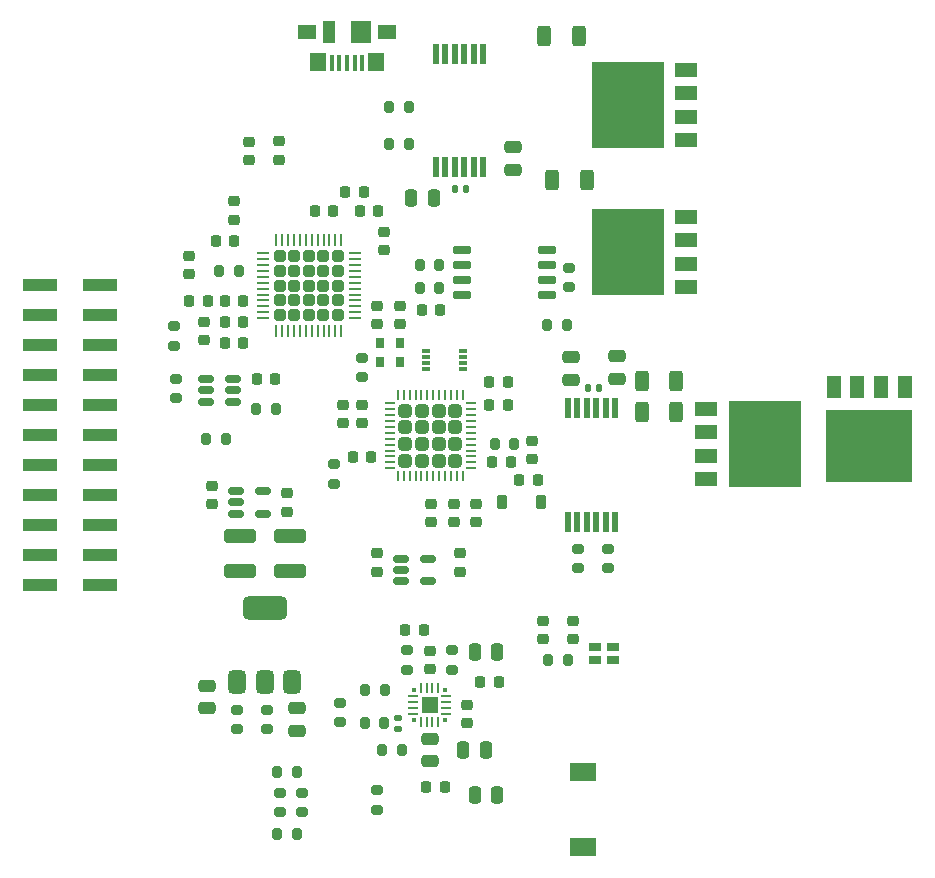
<source format=gbr>
%TF.GenerationSoftware,KiCad,Pcbnew,7.0.10-7.0.10~ubuntu22.04.1*%
%TF.CreationDate,2024-07-15T15:34:11-04:00*%
%TF.ProjectId,IcePSMNR55,49636550-534d-44e5-9235-352e6b696361,rev?*%
%TF.SameCoordinates,Original*%
%TF.FileFunction,Paste,Top*%
%TF.FilePolarity,Positive*%
%FSLAX46Y46*%
G04 Gerber Fmt 4.6, Leading zero omitted, Abs format (unit mm)*
G04 Created by KiCad (PCBNEW 7.0.10-7.0.10~ubuntu22.04.1) date 2024-07-15 15:34:11*
%MOMM*%
%LPD*%
G01*
G04 APERTURE LIST*
G04 Aperture macros list*
%AMRoundRect*
0 Rectangle with rounded corners*
0 $1 Rounding radius*
0 $2 $3 $4 $5 $6 $7 $8 $9 X,Y pos of 4 corners*
0 Add a 4 corners polygon primitive as box body*
4,1,4,$2,$3,$4,$5,$6,$7,$8,$9,$2,$3,0*
0 Add four circle primitives for the rounded corners*
1,1,$1+$1,$2,$3*
1,1,$1+$1,$4,$5*
1,1,$1+$1,$6,$7*
1,1,$1+$1,$8,$9*
0 Add four rect primitives between the rounded corners*
20,1,$1+$1,$2,$3,$4,$5,0*
20,1,$1+$1,$4,$5,$6,$7,0*
20,1,$1+$1,$6,$7,$8,$9,0*
20,1,$1+$1,$8,$9,$2,$3,0*%
G04 Aperture macros list end*
%ADD10RoundRect,0.200000X-0.200000X-0.275000X0.200000X-0.275000X0.200000X0.275000X-0.200000X0.275000X0*%
%ADD11RoundRect,0.250000X-0.315000X-0.315000X0.315000X-0.315000X0.315000X0.315000X-0.315000X0.315000X0*%
%ADD12RoundRect,0.062500X-0.375000X-0.062500X0.375000X-0.062500X0.375000X0.062500X-0.375000X0.062500X0*%
%ADD13RoundRect,0.062500X-0.062500X-0.375000X0.062500X-0.375000X0.062500X0.375000X-0.062500X0.375000X0*%
%ADD14RoundRect,0.225000X-0.250000X0.225000X-0.250000X-0.225000X0.250000X-0.225000X0.250000X0.225000X0*%
%ADD15RoundRect,0.200000X0.200000X0.275000X-0.200000X0.275000X-0.200000X-0.275000X0.200000X-0.275000X0*%
%ADD16RoundRect,0.250000X-0.475000X0.250000X-0.475000X-0.250000X0.475000X-0.250000X0.475000X0.250000X0*%
%ADD17RoundRect,0.225000X0.250000X-0.225000X0.250000X0.225000X-0.250000X0.225000X-0.250000X-0.225000X0*%
%ADD18RoundRect,0.150000X-0.512500X-0.150000X0.512500X-0.150000X0.512500X0.150000X-0.512500X0.150000X0*%
%ADD19RoundRect,0.218750X-0.218750X-0.256250X0.218750X-0.256250X0.218750X0.256250X-0.218750X0.256250X0*%
%ADD20R,3.000000X1.000000*%
%ADD21RoundRect,0.250000X1.100000X-0.325000X1.100000X0.325000X-1.100000X0.325000X-1.100000X-0.325000X0*%
%ADD22RoundRect,0.250000X-0.312500X-0.625000X0.312500X-0.625000X0.312500X0.625000X-0.312500X0.625000X0*%
%ADD23RoundRect,0.200000X0.275000X-0.200000X0.275000X0.200000X-0.275000X0.200000X-0.275000X-0.200000X0*%
%ADD24RoundRect,0.218750X0.256250X-0.218750X0.256250X0.218750X-0.256250X0.218750X-0.256250X-0.218750X0*%
%ADD25RoundRect,0.140000X0.170000X-0.140000X0.170000X0.140000X-0.170000X0.140000X-0.170000X-0.140000X0*%
%ADD26RoundRect,0.250000X0.475000X-0.250000X0.475000X0.250000X-0.475000X0.250000X-0.475000X-0.250000X0*%
%ADD27RoundRect,0.225000X-0.225000X-0.250000X0.225000X-0.250000X0.225000X0.250000X-0.225000X0.250000X0*%
%ADD28R,0.800000X0.300000*%
%ADD29RoundRect,0.250000X-0.250000X-0.475000X0.250000X-0.475000X0.250000X0.475000X-0.250000X0.475000X0*%
%ADD30RoundRect,0.250000X-0.250000X-0.250000X0.250000X-0.250000X0.250000X0.250000X-0.250000X0.250000X0*%
%ADD31RoundRect,0.062500X-0.412500X-0.062500X0.412500X-0.062500X0.412500X0.062500X-0.412500X0.062500X0*%
%ADD32RoundRect,0.062500X-0.062500X-0.412500X0.062500X-0.412500X0.062500X0.412500X-0.062500X0.412500X0*%
%ADD33R,1.000000X0.800000*%
%ADD34RoundRect,0.225000X0.225000X0.250000X-0.225000X0.250000X-0.225000X-0.250000X0.225000X-0.250000X0*%
%ADD35R,1.143000X1.828800*%
%ADD36R,7.391400X6.121400*%
%ADD37R,0.600000X1.750000*%
%ADD38RoundRect,0.200000X-0.275000X0.200000X-0.275000X-0.200000X0.275000X-0.200000X0.275000X0.200000X0*%
%ADD39R,1.828800X1.143000*%
%ADD40R,6.121400X7.391400*%
%ADD41RoundRect,0.140000X-0.140000X-0.170000X0.140000X-0.170000X0.140000X0.170000X-0.140000X0.170000X0*%
%ADD42RoundRect,0.225000X-0.225000X-0.375000X0.225000X-0.375000X0.225000X0.375000X-0.225000X0.375000X0*%
%ADD43RoundRect,0.057150X0.349250X-0.057150X0.349250X0.057150X-0.349250X0.057150X-0.349250X-0.057150X0*%
%ADD44R,0.812800X0.228600*%
%ADD45RoundRect,0.057150X-0.057150X-0.349250X0.057150X-0.349250X0.057150X0.349250X-0.057150X0.349250X0*%
%ADD46R,0.228600X0.812800*%
%ADD47R,1.422400X1.422400*%
%ADD48R,0.381000X0.381000*%
%ADD49RoundRect,0.150000X0.650000X0.150000X-0.650000X0.150000X-0.650000X-0.150000X0.650000X-0.150000X0*%
%ADD50RoundRect,0.140000X0.140000X0.170000X-0.140000X0.170000X-0.140000X-0.170000X0.140000X-0.170000X0*%
%ADD51R,0.650000X0.850000*%
%ADD52R,0.450000X1.380000*%
%ADD53R,1.650000X1.300000*%
%ADD54R,1.425000X1.550000*%
%ADD55R,1.800000X1.900000*%
%ADD56R,1.000000X1.900000*%
%ADD57R,2.286000X1.624000*%
%ADD58RoundRect,0.375000X0.375000X-0.625000X0.375000X0.625000X-0.375000X0.625000X-0.375000X-0.625000X0*%
%ADD59RoundRect,0.500000X1.400000X-0.500000X1.400000X0.500000X-1.400000X0.500000X-1.400000X-0.500000X0*%
G04 APERTURE END LIST*
D10*
%TO.C,R9*%
X56012500Y-70200000D03*
X57662500Y-70200000D03*
%TD*%
D11*
%TO.C,U1*%
X72895000Y-67815000D03*
X72895000Y-69215000D03*
X72895000Y-70615000D03*
X72895000Y-72015000D03*
X74295000Y-67815000D03*
X74295000Y-69215000D03*
X74295000Y-70615000D03*
X74295000Y-72015000D03*
X75695000Y-67815000D03*
X75695000Y-69215000D03*
X75695000Y-70615000D03*
X75695000Y-72015000D03*
X77095000Y-67815000D03*
X77095000Y-69215000D03*
X77095000Y-70615000D03*
X77095000Y-72015000D03*
D12*
X71557500Y-67165000D03*
X71557500Y-67665000D03*
X71557500Y-68165000D03*
X71557500Y-68665000D03*
X71557500Y-69165000D03*
X71557500Y-69665000D03*
X71557500Y-70165000D03*
X71557500Y-70665000D03*
X71557500Y-71165000D03*
X71557500Y-71665000D03*
X71557500Y-72165000D03*
X71557500Y-72665000D03*
D13*
X72245000Y-73352500D03*
X72745000Y-73352500D03*
X73245000Y-73352500D03*
X73745000Y-73352500D03*
X74245000Y-73352500D03*
X74745000Y-73352500D03*
X75245000Y-73352500D03*
X75745000Y-73352500D03*
X76245000Y-73352500D03*
X76745000Y-73352500D03*
X77245000Y-73352500D03*
X77745000Y-73352500D03*
D12*
X78432500Y-72665000D03*
X78432500Y-72165000D03*
X78432500Y-71665000D03*
X78432500Y-71165000D03*
X78432500Y-70665000D03*
X78432500Y-70165000D03*
X78432500Y-69665000D03*
X78432500Y-69165000D03*
X78432500Y-68665000D03*
X78432500Y-68165000D03*
X78432500Y-67665000D03*
X78432500Y-67165000D03*
D13*
X77745000Y-66477500D03*
X77245000Y-66477500D03*
X76745000Y-66477500D03*
X76245000Y-66477500D03*
X75745000Y-66477500D03*
X75245000Y-66477500D03*
X74745000Y-66477500D03*
X74245000Y-66477500D03*
X73745000Y-66477500D03*
X73245000Y-66477500D03*
X72745000Y-66477500D03*
X72245000Y-66477500D03*
%TD*%
D14*
%TO.C,C4*%
X75057000Y-75666000D03*
X75057000Y-77216000D03*
%TD*%
D15*
%TO.C,R6*%
X58770000Y-55940000D03*
X57120000Y-55940000D03*
%TD*%
D16*
%TO.C,C21*%
X86893900Y-63277500D03*
X86893900Y-65177500D03*
%TD*%
D15*
%TO.C,R27*%
X71105000Y-94240000D03*
X69455000Y-94240000D03*
%TD*%
D17*
%TO.C,C34*%
X70485000Y-81420000D03*
X70485000Y-79870000D03*
%TD*%
D18*
%TO.C,U7*%
X72522500Y-80330000D03*
X72522500Y-81280000D03*
X72522500Y-82230000D03*
X74797500Y-82230000D03*
X74797500Y-80330000D03*
%TD*%
D19*
%TO.C,FB2*%
X54580000Y-58480000D03*
X56155000Y-58480000D03*
%TD*%
D20*
%TO.C,J2*%
X46990000Y-57150000D03*
X41950000Y-57150000D03*
X46990000Y-59690000D03*
X41950000Y-59690000D03*
X46990000Y-62230000D03*
X41950000Y-62230000D03*
X46990000Y-64770000D03*
X41950000Y-64770000D03*
X46990000Y-67310000D03*
X41950000Y-67310000D03*
X46990000Y-69850000D03*
X41950000Y-69850000D03*
X46990000Y-72390000D03*
X41950000Y-72390000D03*
X46990000Y-74930000D03*
X41950000Y-74930000D03*
X46990000Y-77470000D03*
X41950000Y-77470000D03*
X46990000Y-80010000D03*
X41950000Y-80010000D03*
X46990000Y-82550000D03*
X41950000Y-82550000D03*
%TD*%
D10*
%TO.C,R16*%
X84976200Y-88900000D03*
X86626200Y-88900000D03*
%TD*%
D21*
%TO.C,C37*%
X58885000Y-81355000D03*
X58885000Y-78405000D03*
%TD*%
D22*
%TO.C,R10*%
X92898500Y-65278000D03*
X95823500Y-65278000D03*
%TD*%
D23*
%TO.C,R12*%
X53502500Y-66740000D03*
X53502500Y-65090000D03*
%TD*%
D17*
%TO.C,C8*%
X71090000Y-54175000D03*
X71090000Y-52625000D03*
%TD*%
D24*
%TO.C,FB1*%
X58390000Y-51647500D03*
X58390000Y-50072500D03*
%TD*%
D25*
%TO.C,C47*%
X72290000Y-94760000D03*
X72290000Y-93800000D03*
%TD*%
D26*
%TO.C,C29*%
X90805000Y-65085000D03*
X90805000Y-63185000D03*
%TD*%
D27*
%TO.C,C46*%
X74650000Y-99695000D03*
X76200000Y-99695000D03*
%TD*%
D14*
%TO.C,C31*%
X62865000Y-74790000D03*
X62865000Y-76340000D03*
%TD*%
D15*
%TO.C,R24*%
X72580000Y-96520000D03*
X70930000Y-96520000D03*
%TD*%
D28*
%TO.C,U4*%
X74650000Y-62750000D03*
X74650000Y-63250000D03*
X74650000Y-63750000D03*
X74650000Y-64250000D03*
X77750000Y-64250000D03*
X77750000Y-63750000D03*
X77750000Y-63250000D03*
X77750000Y-62750000D03*
%TD*%
D26*
%TO.C,C40*%
X56120000Y-93000000D03*
X56120000Y-91100000D03*
%TD*%
D29*
%TO.C,C41*%
X78740000Y-88265000D03*
X80640000Y-88265000D03*
%TD*%
D27*
%TO.C,C7*%
X67805000Y-49276000D03*
X69355000Y-49276000D03*
%TD*%
D30*
%TO.C,U2*%
X62230000Y-54730000D03*
X62230000Y-55970000D03*
X62230000Y-57210000D03*
X62230000Y-58450000D03*
X62230000Y-59690000D03*
X63470000Y-54730000D03*
X63470000Y-55970000D03*
X63470000Y-57210000D03*
X63470000Y-58450000D03*
X63470000Y-59690000D03*
X64710000Y-54730000D03*
X64710000Y-55970000D03*
X64710000Y-57210000D03*
X64710000Y-58450000D03*
X64710000Y-59690000D03*
X65950000Y-54730000D03*
X65950000Y-55970000D03*
X65950000Y-57210000D03*
X65950000Y-58450000D03*
X65950000Y-59690000D03*
X67190000Y-54730000D03*
X67190000Y-55970000D03*
X67190000Y-57210000D03*
X67190000Y-58450000D03*
X67190000Y-59690000D03*
D31*
X60835000Y-54460000D03*
X60835000Y-54960000D03*
X60835000Y-55460000D03*
X60835000Y-55960000D03*
X60835000Y-56460000D03*
X60835000Y-56960000D03*
X60835000Y-57460000D03*
X60835000Y-57960000D03*
X60835000Y-58460000D03*
X60835000Y-58960000D03*
X60835000Y-59460000D03*
X60835000Y-59960000D03*
D32*
X61960000Y-61085000D03*
X62460000Y-61085000D03*
X62960000Y-61085000D03*
X63460000Y-61085000D03*
X63960000Y-61085000D03*
X64460000Y-61085000D03*
X64960000Y-61085000D03*
X65460000Y-61085000D03*
X65960000Y-61085000D03*
X66460000Y-61085000D03*
X66960000Y-61085000D03*
X67460000Y-61085000D03*
D31*
X68585000Y-59960000D03*
X68585000Y-59460000D03*
X68585000Y-58960000D03*
X68585000Y-58460000D03*
X68585000Y-57960000D03*
X68585000Y-57460000D03*
X68585000Y-56960000D03*
X68585000Y-56460000D03*
X68585000Y-55960000D03*
X68585000Y-55460000D03*
X68585000Y-54960000D03*
X68585000Y-54460000D03*
D32*
X67460000Y-53335000D03*
X66960000Y-53335000D03*
X66460000Y-53335000D03*
X65960000Y-53335000D03*
X65460000Y-53335000D03*
X64960000Y-53335000D03*
X64460000Y-53335000D03*
X63960000Y-53335000D03*
X63460000Y-53335000D03*
X62960000Y-53335000D03*
X62460000Y-53335000D03*
X61960000Y-53335000D03*
%TD*%
D17*
%TO.C,C51*%
X74930000Y-89675000D03*
X74930000Y-88125000D03*
%TD*%
D10*
%TO.C,R26*%
X84900000Y-60579000D03*
X86550000Y-60579000D03*
%TD*%
D18*
%TO.C,U6*%
X58552500Y-74615000D03*
X58552500Y-75565000D03*
X58552500Y-76515000D03*
X60827500Y-76515000D03*
X60827500Y-74615000D03*
%TD*%
D23*
%TO.C,R13*%
X90068900Y-81117500D03*
X90068900Y-79467500D03*
%TD*%
%TO.C,R7*%
X53310000Y-62290000D03*
X53310000Y-60640000D03*
%TD*%
D33*
%TO.C,D2*%
X88976200Y-87800000D03*
X90476200Y-87800000D03*
X90476200Y-88900000D03*
X88976200Y-88900000D03*
%TD*%
D29*
%TO.C,C44*%
X77790000Y-96520000D03*
X79690000Y-96520000D03*
%TD*%
D15*
%TO.C,R21*%
X75755000Y-55499000D03*
X74105000Y-55499000D03*
%TD*%
D34*
%TO.C,C18*%
X66785000Y-50860000D03*
X65235000Y-50860000D03*
%TD*%
D17*
%TO.C,C15*%
X69240400Y-68847000D03*
X69240400Y-67297000D03*
%TD*%
%TO.C,C35*%
X87071200Y-87135000D03*
X87071200Y-85585000D03*
%TD*%
D23*
%TO.C,R35*%
X64135000Y-101790000D03*
X64135000Y-100140000D03*
%TD*%
D35*
%TO.C,Q3*%
X115156998Y-65811400D03*
X113156997Y-65811400D03*
X111156998Y-65811400D03*
X109156997Y-65811400D03*
D36*
X112156999Y-70802500D03*
%TD*%
D15*
%TO.C,R23*%
X71120000Y-91440000D03*
X69470000Y-91440000D03*
%TD*%
D37*
%TO.C,IC2*%
X86646000Y-77190000D03*
X87446000Y-77190000D03*
X88246000Y-77190000D03*
X89046000Y-77190000D03*
X89846000Y-77190000D03*
X90646000Y-77190000D03*
X90646000Y-67590000D03*
X89846000Y-67590000D03*
X89046000Y-67590000D03*
X88246000Y-67590000D03*
X87446000Y-67590000D03*
X86646000Y-67590000D03*
%TD*%
D38*
%TO.C,R19*%
X58660000Y-93130000D03*
X58660000Y-94780000D03*
%TD*%
D17*
%TO.C,C43*%
X78105000Y-94260000D03*
X78105000Y-92710000D03*
%TD*%
D38*
%TO.C,R29*%
X67310000Y-92520000D03*
X67310000Y-94170000D03*
%TD*%
D39*
%TO.C,Q1*%
X96685100Y-57355999D03*
X96685100Y-55355998D03*
X96685100Y-53355999D03*
X96685100Y-51355998D03*
D40*
X91694000Y-54356000D03*
%TD*%
D41*
%TO.C,C22*%
X88318900Y-65878500D03*
X89278900Y-65878500D03*
%TD*%
D24*
%TO.C,FB3*%
X62200000Y-46567500D03*
X62200000Y-44992500D03*
%TD*%
D42*
%TO.C,D1*%
X81030000Y-75565000D03*
X84330000Y-75565000D03*
%TD*%
D16*
%TO.C,C13*%
X81985000Y-45507200D03*
X81985000Y-47407200D03*
%TD*%
D34*
%TO.C,C49*%
X75845000Y-59309000D03*
X74295000Y-59309000D03*
%TD*%
D27*
%TO.C,C42*%
X79235000Y-90805000D03*
X80785000Y-90805000D03*
%TD*%
D34*
%TO.C,C10*%
X59165000Y-62036000D03*
X57615000Y-62036000D03*
%TD*%
D27*
%TO.C,C23*%
X60317500Y-65120000D03*
X61867500Y-65120000D03*
%TD*%
D17*
%TO.C,C16*%
X67564000Y-68847000D03*
X67564000Y-67297000D03*
%TD*%
D10*
%TO.C,R8*%
X60267500Y-67660000D03*
X61917500Y-67660000D03*
%TD*%
D23*
%TO.C,R28*%
X73025000Y-89725000D03*
X73025000Y-88075000D03*
%TD*%
D39*
%TO.C,Q4*%
X98323400Y-67612001D03*
X98323400Y-69612002D03*
X98323400Y-71612001D03*
X98323400Y-73612002D03*
D40*
X103314500Y-70612000D03*
%TD*%
D23*
%TO.C,R34*%
X62230000Y-101790000D03*
X62230000Y-100140000D03*
%TD*%
%TO.C,R11*%
X87528900Y-81117500D03*
X87528900Y-79467500D03*
%TD*%
D39*
%TO.C,Q2*%
X96685100Y-44909999D03*
X96685100Y-42909998D03*
X96685100Y-40909999D03*
X96685100Y-38909998D03*
D40*
X91694000Y-41910000D03*
%TD*%
D34*
%TO.C,C27*%
X84090000Y-73660000D03*
X82540000Y-73660000D03*
%TD*%
D10*
%TO.C,R31*%
X62040000Y-98425000D03*
X63690000Y-98425000D03*
%TD*%
D23*
%TO.C,R22*%
X86741000Y-57352200D03*
X86741000Y-55702200D03*
%TD*%
D27*
%TO.C,C19*%
X69045000Y-50860000D03*
X70595000Y-50860000D03*
%TD*%
D14*
%TO.C,C3*%
X76962000Y-75666000D03*
X76962000Y-77216000D03*
%TD*%
D17*
%TO.C,C36*%
X70485000Y-60465000D03*
X70485000Y-58915000D03*
%TD*%
D43*
%TO.C,U9*%
X73531600Y-91959999D03*
D44*
X73531600Y-92460000D03*
X73531600Y-92960000D03*
D43*
X73531600Y-93460001D03*
D45*
X74179999Y-94108400D03*
D46*
X74680000Y-94108400D03*
X75180000Y-94108400D03*
D45*
X75680001Y-94108400D03*
D43*
X76328400Y-93460001D03*
D44*
X76328400Y-92960000D03*
X76328400Y-92460000D03*
D43*
X76328400Y-91959999D03*
D45*
X75680001Y-91311600D03*
D46*
X75180000Y-91311600D03*
X74680000Y-91311600D03*
D45*
X74179999Y-91311600D03*
D47*
X74930000Y-92710000D03*
D48*
X73621900Y-91401900D03*
X76238100Y-91401900D03*
X73621900Y-94018100D03*
X76238100Y-94018100D03*
%TD*%
D14*
%TO.C,C2*%
X54580000Y-54670000D03*
X54580000Y-56220000D03*
%TD*%
D49*
%TO.C,U10*%
X84880000Y-58039000D03*
X84880000Y-56769000D03*
X84880000Y-55499000D03*
X84880000Y-54229000D03*
X77680000Y-54229000D03*
X77680000Y-55499000D03*
X77680000Y-56769000D03*
X77680000Y-58039000D03*
%TD*%
D24*
%TO.C,D3*%
X84531200Y-87147500D03*
X84531200Y-85572500D03*
%TD*%
D38*
%TO.C,R18*%
X61200000Y-93130000D03*
X61200000Y-94780000D03*
%TD*%
D50*
%TO.C,C14*%
X78020000Y-48997200D03*
X77060000Y-48997200D03*
%TD*%
D16*
%TO.C,C39*%
X63740000Y-93005000D03*
X63740000Y-94905000D03*
%TD*%
D14*
%TO.C,C28*%
X78867000Y-75666000D03*
X78867000Y-77216000D03*
%TD*%
D34*
%TO.C,C9*%
X59165000Y-60258000D03*
X57615000Y-60258000D03*
%TD*%
D10*
%TO.C,R36*%
X62040000Y-103639000D03*
X63690000Y-103639000D03*
%TD*%
D29*
%TO.C,C48*%
X78740000Y-100330000D03*
X80640000Y-100330000D03*
%TD*%
D51*
%TO.C,U5*%
X70740000Y-63640000D03*
X72390000Y-63640000D03*
X72390000Y-62090000D03*
X70740000Y-62090000D03*
%TD*%
D17*
%TO.C,C33*%
X56515000Y-75705000D03*
X56515000Y-74155000D03*
%TD*%
D34*
%TO.C,C1*%
X58390000Y-53400000D03*
X56840000Y-53400000D03*
%TD*%
D17*
%TO.C,C30*%
X72390000Y-60465000D03*
X72390000Y-58915000D03*
%TD*%
D10*
%TO.C,R3*%
X71526400Y-42062400D03*
X73176400Y-42062400D03*
%TD*%
%TO.C,R4*%
X71526400Y-45237400D03*
X73176400Y-45237400D03*
%TD*%
D34*
%TO.C,C26*%
X69993000Y-71745000D03*
X68443000Y-71745000D03*
%TD*%
D17*
%TO.C,C32*%
X77470000Y-81420000D03*
X77470000Y-79870000D03*
%TD*%
D34*
%TO.C,C11*%
X59165000Y-58480000D03*
X57615000Y-58480000D03*
%TD*%
D52*
%TO.C,J1*%
X69245000Y-38356600D03*
X68595000Y-38356600D03*
X67945000Y-38356600D03*
X67295000Y-38356600D03*
X66645000Y-38356600D03*
D53*
X71320000Y-35696600D03*
D54*
X70432500Y-38271600D03*
D55*
X69095000Y-35696600D03*
D56*
X66395000Y-35696600D03*
D54*
X65457500Y-38271600D03*
D53*
X64570000Y-35696600D03*
%TD*%
D37*
%TO.C,IC1*%
X79470000Y-37567200D03*
X78670000Y-37567200D03*
X77870000Y-37567200D03*
X77070000Y-37567200D03*
X76270000Y-37567200D03*
X75470000Y-37567200D03*
X75470000Y-47167200D03*
X76270000Y-47167200D03*
X77070000Y-47167200D03*
X77870000Y-47167200D03*
X78670000Y-47167200D03*
X79470000Y-47167200D03*
%TD*%
D14*
%TO.C,C25*%
X83566000Y-70345000D03*
X83566000Y-71895000D03*
%TD*%
D27*
%TO.C,C6*%
X80000000Y-65405000D03*
X81550000Y-65405000D03*
%TD*%
D22*
%TO.C,R2*%
X85303900Y-48285400D03*
X88228900Y-48285400D03*
%TD*%
D27*
%TO.C,C24*%
X80251000Y-72136000D03*
X81801000Y-72136000D03*
%TD*%
D18*
%TO.C,U3*%
X56012500Y-65120000D03*
X56012500Y-66070000D03*
X56012500Y-67020000D03*
X58287500Y-67020000D03*
X58287500Y-66070000D03*
X58287500Y-65120000D03*
%TD*%
D23*
%TO.C,R1*%
X66805000Y-73980000D03*
X66805000Y-72330000D03*
%TD*%
D15*
%TO.C,R14*%
X82105000Y-70612000D03*
X80455000Y-70612000D03*
%TD*%
D14*
%TO.C,C12*%
X55850000Y-60245000D03*
X55850000Y-61795000D03*
%TD*%
D27*
%TO.C,C50*%
X72885000Y-86360000D03*
X74435000Y-86360000D03*
%TD*%
D22*
%TO.C,R5*%
X84643500Y-36068000D03*
X87568500Y-36068000D03*
%TD*%
D16*
%TO.C,C45*%
X74930000Y-95570000D03*
X74930000Y-97470000D03*
%TD*%
D27*
%TO.C,C5*%
X80000000Y-67310000D03*
X81550000Y-67310000D03*
%TD*%
D23*
%TO.C,R17*%
X69215000Y-64960000D03*
X69215000Y-63310000D03*
%TD*%
D38*
%TO.C,R30*%
X70485000Y-99950000D03*
X70485000Y-101600000D03*
%TD*%
D15*
%TO.C,R25*%
X75755000Y-57404000D03*
X74105000Y-57404000D03*
%TD*%
D57*
%TO.C,L1*%
X87884000Y-98425000D03*
X87884000Y-104775000D03*
%TD*%
D17*
%TO.C,C17*%
X59660000Y-46555000D03*
X59660000Y-45005000D03*
%TD*%
D58*
%TO.C,U8*%
X58660000Y-90780000D03*
X60960000Y-90780000D03*
D59*
X60960000Y-84480000D03*
D58*
X63260000Y-90780000D03*
%TD*%
D38*
%TO.C,R20*%
X76835000Y-88075000D03*
X76835000Y-89725000D03*
%TD*%
D22*
%TO.C,R15*%
X92898500Y-67945000D03*
X95823500Y-67945000D03*
%TD*%
D21*
%TO.C,C38*%
X63135000Y-81355000D03*
X63135000Y-78405000D03*
%TD*%
D29*
%TO.C,C20*%
X73370400Y-49784000D03*
X75270400Y-49784000D03*
%TD*%
M02*

</source>
